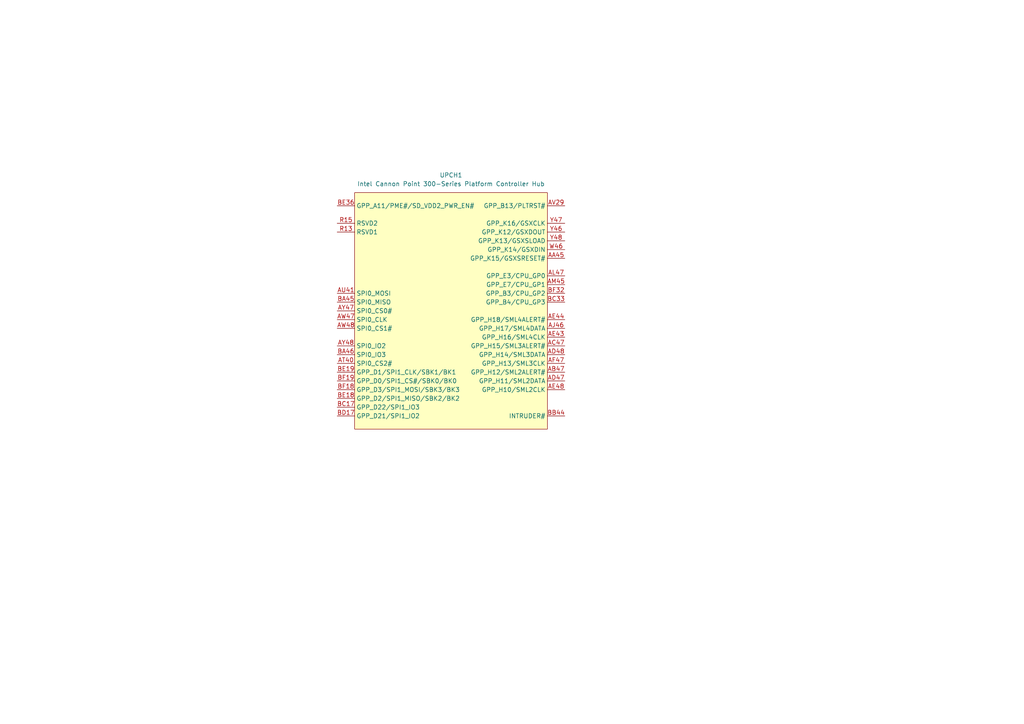
<source format=kicad_sch>
(kicad_sch (version 20250114) (generator "eeschema") (generator_version "9.0")
  (paper "A4")
  (title_block (title "PCH SPI & SMLink") (company "WifiCable"))
  (lib_symbols
    (symbol "A-my-stuff:Intel_CFL_PCH_FCBGA874"
      (property "Reference" "UPCH" (at 0 29.21 0))
      (property "Value" "Intel Cannon Point 300-Series Platform Controller Hub" (at 0 26.67 0))
      (symbol "Intel_CFL_PCH_FCBGA874_1_1"
        (rectangle (start -27.94 25.4) (end 27.94 -43.18) (fill (type background)))
        (pin unspecified line (at -33.02 21.59 0) (length 5.08) (name "GPP_A11/PME#/SD_VDD2_PWR_EN#") (number "BE36"))
        (pin unspecified line (at -33.02 16.51 0) (length 5.08) (name "RSVD2") (number "R15"))
        (pin unspecified line (at -33.02 13.97 0) (length 5.08) (name "RSVD1") (number "R13"))
        (pin unspecified line (at -33.02 -3.81 0) (length 5.08) (name "SPI0_MOSI") (number "AU41"))
        (pin unspecified line (at -33.02 -6.35 0) (length 5.08) (name "SPI0_MISO") (number "BA45"))
        (pin unspecified line (at -33.02 -8.89 0) (length 5.08) (name "SPI0_CS0#") (number "AY47"))
        (pin unspecified line (at -33.02 -11.43 0) (length 5.08) (name "SPI0_CLK") (number "AW47"))
        (pin unspecified line (at -33.02 -13.97 0) (length 5.08) (name "SPI0_CS1#") (number "AW48"))
        (pin unspecified line (at -33.02 -19.05 0) (length 5.08) (name "SPI0_IO2") (number "AY48"))
        (pin unspecified line (at -33.02 -21.59 0) (length 5.08) (name "SPI0_IO3") (number "BA46"))
        (pin unspecified line (at -33.02 -24.13 0) (length 5.08) (name "SPI0_CS2#") (number "AT40"))
        (pin unspecified line (at -33.02 -26.67 0) (length 5.08) (name "GPP_D1/SPI1_CLK/SBK1/BK1") (number "BE19"))
        (pin unspecified line (at -33.02 -29.21 0) (length 5.08) (name "GPP_D0/SPI1_CS#/SBK0/BK0") (number "BF19"))
        (pin unspecified line (at -33.02 -31.75 0) (length 5.08) (name "GPP_D3/SPI1_MOSI/SBK3/BK3") (number "BF18"))
        (pin unspecified line (at -33.02 -34.29 0) (length 5.08) (name "GPP_D2/SPI1_MISO/SBK2/BK2") (number "BE18"))
        (pin unspecified line (at -33.02 -36.83 0) (length 5.08) (name "GPP_D22/SPI1_IO3") (number "BC17"))
        (pin unspecified line (at -33.02 -39.37 0) (length 5.08) (name "GPP_D21/SPI1_IO2") (number "BD17"))
        (pin unspecified line (at 33.02 21.59 180) (length 5.08) (name "GPP_B13/PLTRST#") (number "AV29"))
        (pin unspecified line (at 33.02 16.51 180) (length 5.08) (name "GPP_K16/GSXCLK") (number "Y47"))
        (pin unspecified line (at 33.02 13.97 180) (length 5.08) (name "GPP_K12/GSXDOUT") (number "Y46"))
        (pin unspecified line (at 33.02 11.43 180) (length 5.08) (name "GPP_K13/GSXSLOAD") (number "Y48"))
        (pin unspecified line (at 33.02 8.89 180) (length 5.08) (name "GPP_K14/GSXDIN") (number "W46"))
        (pin unspecified line (at 33.02 6.35 180) (length 5.08) (name "GPP_K15/GSXSRESET#") (number "AA45"))
        (pin unspecified line (at 33.02 1.27 180) (length 5.08) (name "GPP_E3/CPU_GP0") (number "AL47"))
        (pin unspecified line (at 33.02 -1.27 180) (length 5.08) (name "GPP_E7/CPU_GP1") (number "AM45"))
        (pin unspecified line (at 33.02 -3.81 180) (length 5.08) (name "GPP_B3/CPU_GP2") (number "BF32"))
        (pin unspecified line (at 33.02 -6.35 180) (length 5.08) (name "GPP_B4/CPU_GP3") (number "BC33"))
        (pin unspecified line (at 33.02 -11.43 180) (length 5.08) (name "GPP_H18/SML4ALERT#") (number "AE44"))
        (pin unspecified line (at 33.02 -13.97 180) (length 5.08) (name "GPP_H17/SML4DATA") (number "AJ46"))
        (pin unspecified line (at 33.02 -16.51 180) (length 5.08) (name "GPP_H16/SML4CLK") (number "AE43"))
        (pin unspecified line (at 33.02 -19.05 180) (length 5.08) (name "GPP_H15/SML3ALERT#") (number "AC47"))
        (pin unspecified line (at 33.02 -21.59 180) (length 5.08) (name "GPP_H14/SML3DATA") (number "AD48"))
        (pin unspecified line (at 33.02 -24.13 180) (length 5.08) (name "GPP_H13/SML3CLK") (number "AF47"))
        (pin unspecified line (at 33.02 -26.67 180) (length 5.08) (name "GPP_H12/SML2ALERT#") (number "AB47"))
        (pin unspecified line (at 33.02 -29.21 180) (length 5.08) (name "GPP_H11/SML2DATA") (number "AD47"))
        (pin unspecified line (at 33.02 -31.75 180) (length 5.08) (name "GPP_H10/SML2CLK") (number "AE48"))
        (pin unspecified line (at 33.02 -39.37 180) (length 5.08) (name "INTRUDER#") (number "BB44"))
      )
    )
  )
  (symbol (lib_id "A-my-stuff:Intel_CFL_PCH_FCBGA874") (at 130.81 81.28 0) (unit 1)
    (property "Reference" "UPCH1" (at 130.81 50.8 0))
    (property "Value" "Intel Cannon Point 300-Series Platform Controller Hub" (at 130.81 53.34 0))
    (property "Footprint" "A-my-stuff:CNP-H_BGA_874P-T" (effects (hide yes)))
  )
)
</source>
